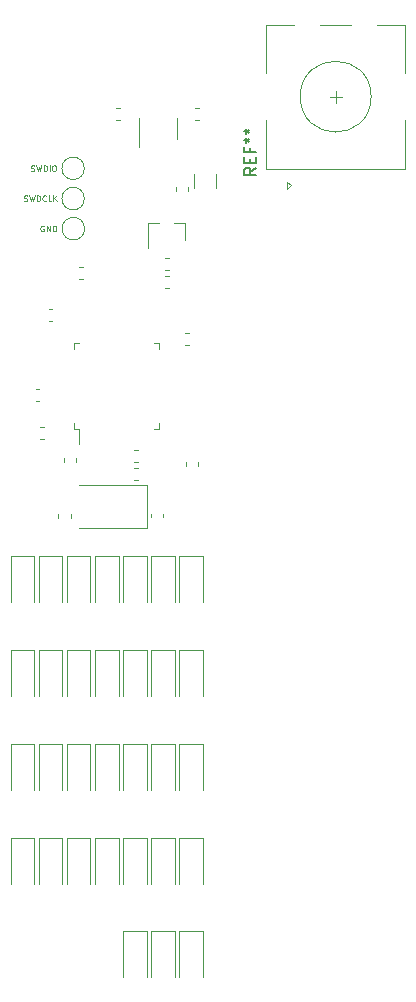
<source format=gbr>
G04 #@! TF.GenerationSoftware,KiCad,Pcbnew,(5.1.4)-1*
G04 #@! TF.CreationDate,2020-11-30T21:40:22+01:00*
G04 #@! TF.ProjectId,stm32split,73746d33-3273-4706-9c69-742e6b696361,rev?*
G04 #@! TF.SameCoordinates,Original*
G04 #@! TF.FileFunction,Legend,Top*
G04 #@! TF.FilePolarity,Positive*
%FSLAX46Y46*%
G04 Gerber Fmt 4.6, Leading zero omitted, Abs format (unit mm)*
G04 Created by KiCad (PCBNEW (5.1.4)-1) date 2020-11-30 21:40:22*
%MOMM*%
%LPD*%
G04 APERTURE LIST*
%ADD10C,0.120000*%
%ADD11C,0.150000*%
%ADD12C,0.100000*%
G04 APERTURE END LIST*
D10*
X124530000Y-61050000D02*
G75*
G03X124530000Y-61050000I-3000000J0D01*
G01*
X115630000Y-59050000D02*
X115630000Y-54950000D01*
X127430000Y-54950000D02*
X127430000Y-59050000D01*
X127430000Y-63050000D02*
X127430000Y-67150000D01*
X115630000Y-63050000D02*
X115630000Y-67150000D01*
X115630000Y-67150000D02*
X127430000Y-67150000D01*
X117730000Y-68550000D02*
X117430000Y-68850000D01*
X117430000Y-68850000D02*
X117430000Y-68250000D01*
X117430000Y-68250000D02*
X117730000Y-68550000D01*
X115630000Y-54950000D02*
X118030000Y-54950000D01*
X120230000Y-54950000D02*
X122830000Y-54950000D01*
X125030000Y-54950000D02*
X127430000Y-54950000D01*
X121030000Y-61050000D02*
X122030000Y-61050000D01*
X121530000Y-61550000D02*
X121530000Y-60550000D01*
X100270000Y-72230000D02*
G75*
G03X100270000Y-72230000I-950000J0D01*
G01*
X100252500Y-69681250D02*
G75*
G03X100252500Y-69681250I-950000J0D01*
G01*
X100250000Y-67120000D02*
G75*
G03X100250000Y-67120000I-950000J0D01*
G01*
X105540000Y-93940000D02*
X99790000Y-93940000D01*
X105540000Y-97540000D02*
X105540000Y-93940000D01*
X99790000Y-97540000D02*
X105540000Y-97540000D01*
X107412779Y-76250000D02*
X107087221Y-76250000D01*
X107412779Y-77270000D02*
X107087221Y-77270000D01*
X104494721Y-93540000D02*
X104820279Y-93540000D01*
X104494721Y-92520000D02*
X104820279Y-92520000D01*
X104487221Y-92007500D02*
X104812779Y-92007500D01*
X104487221Y-90987500D02*
X104812779Y-90987500D01*
X99510000Y-91970279D02*
X99510000Y-91644721D01*
X98490000Y-91970279D02*
X98490000Y-91644721D01*
X97540279Y-79030000D02*
X97214721Y-79030000D01*
X97540279Y-80050000D02*
X97214721Y-80050000D01*
X109120279Y-81090000D02*
X108794721Y-81090000D01*
X109120279Y-82110000D02*
X108794721Y-82110000D01*
X96519721Y-90030000D02*
X96845279Y-90030000D01*
X96519721Y-89010000D02*
X96845279Y-89010000D01*
X99809721Y-76500000D02*
X100135279Y-76500000D01*
X99809721Y-75480000D02*
X100135279Y-75480000D01*
X102939721Y-63060000D02*
X103265279Y-63060000D01*
X102939721Y-62040000D02*
X103265279Y-62040000D01*
X109952779Y-62047500D02*
X109627221Y-62047500D01*
X109952779Y-63067500D02*
X109627221Y-63067500D01*
X111370000Y-68789564D02*
X111370000Y-67585436D01*
X109550000Y-68789564D02*
X109550000Y-67585436D01*
X96445279Y-85800000D02*
X96119721Y-85800000D01*
X96445279Y-86820000D02*
X96119721Y-86820000D01*
X107084721Y-75700000D02*
X107410279Y-75700000D01*
X107084721Y-74680000D02*
X107410279Y-74680000D01*
X109030000Y-69000279D02*
X109030000Y-68674721D01*
X108010000Y-69000279D02*
X108010000Y-68674721D01*
X105890000Y-96354721D02*
X105890000Y-96680279D01*
X106910000Y-96354721D02*
X106910000Y-96680279D01*
X98060000Y-96367221D02*
X98060000Y-96692779D01*
X99080000Y-96367221D02*
X99080000Y-96692779D01*
X108880000Y-92009721D02*
X108880000Y-92335279D01*
X109900000Y-92009721D02*
X109900000Y-92335279D01*
X105532500Y-131725000D02*
X105532500Y-135625000D01*
X103532500Y-131725000D02*
X103532500Y-135625000D01*
X105532500Y-131725000D02*
X103532500Y-131725000D01*
X107913750Y-131725000D02*
X107913750Y-135625000D01*
X105913750Y-131725000D02*
X105913750Y-135625000D01*
X107913750Y-131725000D02*
X105913750Y-131725000D01*
X110295000Y-131725000D02*
X110295000Y-135625000D01*
X108295000Y-131725000D02*
X108295000Y-135625000D01*
X110295000Y-131725000D02*
X108295000Y-131725000D01*
X96007500Y-123787500D02*
X96007500Y-127687500D01*
X94007500Y-123787500D02*
X94007500Y-127687500D01*
X96007500Y-123787500D02*
X94007500Y-123787500D01*
X98388750Y-123787500D02*
X98388750Y-127687500D01*
X96388750Y-123787500D02*
X96388750Y-127687500D01*
X98388750Y-123787500D02*
X96388750Y-123787500D01*
X100770000Y-123787500D02*
X100770000Y-127687500D01*
X98770000Y-123787500D02*
X98770000Y-127687500D01*
X100770000Y-123787500D02*
X98770000Y-123787500D01*
X103151250Y-123787500D02*
X103151250Y-127687500D01*
X101151250Y-123787500D02*
X101151250Y-127687500D01*
X103151250Y-123787500D02*
X101151250Y-123787500D01*
X105532500Y-123787500D02*
X105532500Y-127687500D01*
X103532500Y-123787500D02*
X103532500Y-127687500D01*
X105532500Y-123787500D02*
X103532500Y-123787500D01*
X107913750Y-123787500D02*
X107913750Y-127687500D01*
X105913750Y-123787500D02*
X105913750Y-127687500D01*
X107913750Y-123787500D02*
X105913750Y-123787500D01*
X110295000Y-123787500D02*
X110295000Y-127687500D01*
X108295000Y-123787500D02*
X108295000Y-127687500D01*
X110295000Y-123787500D02*
X108295000Y-123787500D01*
X96007500Y-115850000D02*
X96007500Y-119750000D01*
X94007500Y-115850000D02*
X94007500Y-119750000D01*
X96007500Y-115850000D02*
X94007500Y-115850000D01*
X98388750Y-115850000D02*
X98388750Y-119750000D01*
X96388750Y-115850000D02*
X96388750Y-119750000D01*
X98388750Y-115850000D02*
X96388750Y-115850000D01*
X100770000Y-115850000D02*
X100770000Y-119750000D01*
X98770000Y-115850000D02*
X98770000Y-119750000D01*
X100770000Y-115850000D02*
X98770000Y-115850000D01*
X103151250Y-115850000D02*
X103151250Y-119750000D01*
X101151250Y-115850000D02*
X101151250Y-119750000D01*
X103151250Y-115850000D02*
X101151250Y-115850000D01*
X105532500Y-115850000D02*
X105532500Y-119750000D01*
X103532500Y-115850000D02*
X103532500Y-119750000D01*
X105532500Y-115850000D02*
X103532500Y-115850000D01*
X107913750Y-115850000D02*
X107913750Y-119750000D01*
X105913750Y-115850000D02*
X105913750Y-119750000D01*
X107913750Y-115850000D02*
X105913750Y-115850000D01*
X110295000Y-115850000D02*
X110295000Y-119750000D01*
X108295000Y-115850000D02*
X108295000Y-119750000D01*
X110295000Y-115850000D02*
X108295000Y-115850000D01*
X96007500Y-107912500D02*
X96007500Y-111812500D01*
X94007500Y-107912500D02*
X94007500Y-111812500D01*
X96007500Y-107912500D02*
X94007500Y-107912500D01*
X98388750Y-107912500D02*
X98388750Y-111812500D01*
X96388750Y-107912500D02*
X96388750Y-111812500D01*
X98388750Y-107912500D02*
X96388750Y-107912500D01*
X100770000Y-107912500D02*
X100770000Y-111812500D01*
X98770000Y-107912500D02*
X98770000Y-111812500D01*
X100770000Y-107912500D02*
X98770000Y-107912500D01*
X103151250Y-107912500D02*
X103151250Y-111812500D01*
X101151250Y-107912500D02*
X101151250Y-111812500D01*
X103151250Y-107912500D02*
X101151250Y-107912500D01*
X105532500Y-107912500D02*
X105532500Y-111812500D01*
X103532500Y-107912500D02*
X103532500Y-111812500D01*
X105532500Y-107912500D02*
X103532500Y-107912500D01*
X107913750Y-107912500D02*
X107913750Y-111812500D01*
X105913750Y-107912500D02*
X105913750Y-111812500D01*
X107913750Y-107912500D02*
X105913750Y-107912500D01*
X110295000Y-107912500D02*
X110295000Y-111812500D01*
X108295000Y-107912500D02*
X108295000Y-111812500D01*
X110295000Y-107912500D02*
X108295000Y-107912500D01*
X96007500Y-99975000D02*
X96007500Y-103875000D01*
X94007500Y-99975000D02*
X94007500Y-103875000D01*
X96007500Y-99975000D02*
X94007500Y-99975000D01*
X98388750Y-99975000D02*
X98388750Y-103875000D01*
X96388750Y-99975000D02*
X96388750Y-103875000D01*
X98388750Y-99975000D02*
X96388750Y-99975000D01*
X100770000Y-99975000D02*
X100770000Y-103875000D01*
X98770000Y-99975000D02*
X98770000Y-103875000D01*
X100770000Y-99975000D02*
X98770000Y-99975000D01*
X103151250Y-99975000D02*
X103151250Y-103875000D01*
X101151250Y-99975000D02*
X101151250Y-103875000D01*
X103151250Y-99975000D02*
X101151250Y-99975000D01*
X105532500Y-99975000D02*
X105532500Y-103875000D01*
X103532500Y-99975000D02*
X103532500Y-103875000D01*
X105532500Y-99975000D02*
X103532500Y-99975000D01*
X107913750Y-99975000D02*
X107913750Y-103875000D01*
X105913750Y-99975000D02*
X105913750Y-103875000D01*
X107913750Y-99975000D02*
X105913750Y-99975000D01*
X110295000Y-99975000D02*
X110295000Y-103875000D01*
X108295000Y-99975000D02*
X108295000Y-103875000D01*
X110295000Y-99975000D02*
X108295000Y-99975000D01*
X108780000Y-71710000D02*
X108780000Y-73170000D01*
X105620000Y-71710000D02*
X105620000Y-73870000D01*
X105620000Y-71710000D02*
X106550000Y-71710000D01*
X108780000Y-71710000D02*
X107850000Y-71710000D01*
X99821250Y-89166250D02*
X99821250Y-90456250D01*
X99371250Y-89166250D02*
X99821250Y-89166250D01*
X99371250Y-88716250D02*
X99371250Y-89166250D01*
X99371250Y-81946250D02*
X99821250Y-81946250D01*
X99371250Y-82396250D02*
X99371250Y-81946250D01*
X106591250Y-89166250D02*
X106141250Y-89166250D01*
X106591250Y-88716250D02*
X106591250Y-89166250D01*
X106591250Y-81946250D02*
X106141250Y-81946250D01*
X106591250Y-82396250D02*
X106591250Y-81946250D01*
X104840000Y-62830000D02*
X104840000Y-65280000D01*
X108060000Y-64630000D02*
X108060000Y-62830000D01*
D11*
X114782380Y-67083333D02*
X114306190Y-67416666D01*
X114782380Y-67654761D02*
X113782380Y-67654761D01*
X113782380Y-67273809D01*
X113830000Y-67178571D01*
X113877619Y-67130952D01*
X113972857Y-67083333D01*
X114115714Y-67083333D01*
X114210952Y-67130952D01*
X114258571Y-67178571D01*
X114306190Y-67273809D01*
X114306190Y-67654761D01*
X114258571Y-66654761D02*
X114258571Y-66321428D01*
X114782380Y-66178571D02*
X114782380Y-66654761D01*
X113782380Y-66654761D01*
X113782380Y-66178571D01*
X114258571Y-65416666D02*
X114258571Y-65750000D01*
X114782380Y-65750000D02*
X113782380Y-65750000D01*
X113782380Y-65273809D01*
X113782380Y-64750000D02*
X114020476Y-64750000D01*
X113925238Y-64988095D02*
X114020476Y-64750000D01*
X113925238Y-64511904D01*
X114210952Y-64892857D02*
X114020476Y-64750000D01*
X114210952Y-64607142D01*
X113782380Y-63988095D02*
X114020476Y-63988095D01*
X113925238Y-64226190D02*
X114020476Y-63988095D01*
X113925238Y-63750000D01*
X114210952Y-64130952D02*
X114020476Y-63988095D01*
X114210952Y-63845238D01*
D12*
X96819047Y-71990000D02*
X96771428Y-71966190D01*
X96700000Y-71966190D01*
X96628571Y-71990000D01*
X96580952Y-72037619D01*
X96557142Y-72085238D01*
X96533333Y-72180476D01*
X96533333Y-72251904D01*
X96557142Y-72347142D01*
X96580952Y-72394761D01*
X96628571Y-72442380D01*
X96700000Y-72466190D01*
X96747619Y-72466190D01*
X96819047Y-72442380D01*
X96842857Y-72418571D01*
X96842857Y-72251904D01*
X96747619Y-72251904D01*
X97057142Y-72466190D02*
X97057142Y-71966190D01*
X97342857Y-72466190D01*
X97342857Y-71966190D01*
X97580952Y-72466190D02*
X97580952Y-71966190D01*
X97700000Y-71966190D01*
X97771428Y-71990000D01*
X97819047Y-72037619D01*
X97842857Y-72085238D01*
X97866666Y-72180476D01*
X97866666Y-72251904D01*
X97842857Y-72347142D01*
X97819047Y-72394761D01*
X97771428Y-72442380D01*
X97700000Y-72466190D01*
X97580952Y-72466190D01*
X95149047Y-69882380D02*
X95220476Y-69906190D01*
X95339523Y-69906190D01*
X95387142Y-69882380D01*
X95410952Y-69858571D01*
X95434761Y-69810952D01*
X95434761Y-69763333D01*
X95410952Y-69715714D01*
X95387142Y-69691904D01*
X95339523Y-69668095D01*
X95244285Y-69644285D01*
X95196666Y-69620476D01*
X95172857Y-69596666D01*
X95149047Y-69549047D01*
X95149047Y-69501428D01*
X95172857Y-69453809D01*
X95196666Y-69430000D01*
X95244285Y-69406190D01*
X95363333Y-69406190D01*
X95434761Y-69430000D01*
X95601428Y-69406190D02*
X95720476Y-69906190D01*
X95815714Y-69549047D01*
X95910952Y-69906190D01*
X96030000Y-69406190D01*
X96220476Y-69906190D02*
X96220476Y-69406190D01*
X96339523Y-69406190D01*
X96410952Y-69430000D01*
X96458571Y-69477619D01*
X96482380Y-69525238D01*
X96506190Y-69620476D01*
X96506190Y-69691904D01*
X96482380Y-69787142D01*
X96458571Y-69834761D01*
X96410952Y-69882380D01*
X96339523Y-69906190D01*
X96220476Y-69906190D01*
X97006190Y-69858571D02*
X96982380Y-69882380D01*
X96910952Y-69906190D01*
X96863333Y-69906190D01*
X96791904Y-69882380D01*
X96744285Y-69834761D01*
X96720476Y-69787142D01*
X96696666Y-69691904D01*
X96696666Y-69620476D01*
X96720476Y-69525238D01*
X96744285Y-69477619D01*
X96791904Y-69430000D01*
X96863333Y-69406190D01*
X96910952Y-69406190D01*
X96982380Y-69430000D01*
X97006190Y-69453809D01*
X97458571Y-69906190D02*
X97220476Y-69906190D01*
X97220476Y-69406190D01*
X97625238Y-69906190D02*
X97625238Y-69406190D01*
X97910952Y-69906190D02*
X97696666Y-69620476D01*
X97910952Y-69406190D02*
X97625238Y-69691904D01*
X95740476Y-67342380D02*
X95811904Y-67366190D01*
X95930952Y-67366190D01*
X95978571Y-67342380D01*
X96002380Y-67318571D01*
X96026190Y-67270952D01*
X96026190Y-67223333D01*
X96002380Y-67175714D01*
X95978571Y-67151904D01*
X95930952Y-67128095D01*
X95835714Y-67104285D01*
X95788095Y-67080476D01*
X95764285Y-67056666D01*
X95740476Y-67009047D01*
X95740476Y-66961428D01*
X95764285Y-66913809D01*
X95788095Y-66890000D01*
X95835714Y-66866190D01*
X95954761Y-66866190D01*
X96026190Y-66890000D01*
X96192857Y-66866190D02*
X96311904Y-67366190D01*
X96407142Y-67009047D01*
X96502380Y-67366190D01*
X96621428Y-66866190D01*
X96811904Y-67366190D02*
X96811904Y-66866190D01*
X96930952Y-66866190D01*
X97002380Y-66890000D01*
X97050000Y-66937619D01*
X97073809Y-66985238D01*
X97097619Y-67080476D01*
X97097619Y-67151904D01*
X97073809Y-67247142D01*
X97050000Y-67294761D01*
X97002380Y-67342380D01*
X96930952Y-67366190D01*
X96811904Y-67366190D01*
X97311904Y-67366190D02*
X97311904Y-66866190D01*
X97645238Y-66866190D02*
X97740476Y-66866190D01*
X97788095Y-66890000D01*
X97835714Y-66937619D01*
X97859523Y-67032857D01*
X97859523Y-67199523D01*
X97835714Y-67294761D01*
X97788095Y-67342380D01*
X97740476Y-67366190D01*
X97645238Y-67366190D01*
X97597619Y-67342380D01*
X97550000Y-67294761D01*
X97526190Y-67199523D01*
X97526190Y-67032857D01*
X97550000Y-66937619D01*
X97597619Y-66890000D01*
X97645238Y-66866190D01*
M02*

</source>
